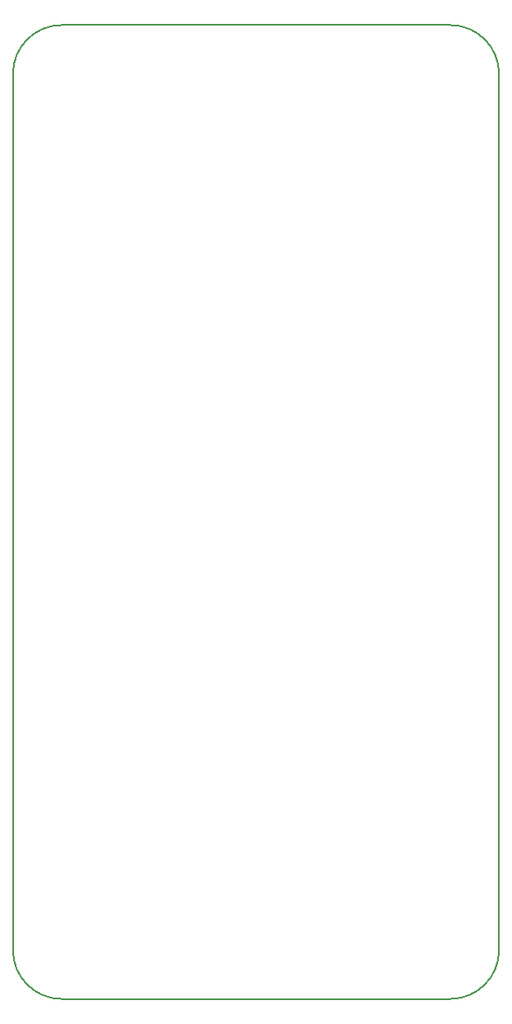
<source format=gbr>
G04 #@! TF.GenerationSoftware,KiCad,Pcbnew,(5.1.4)-1*
G04 #@! TF.CreationDate,2019-10-27T21:57:42-04:00*
G04 #@! TF.ProjectId,SplitSecondGame,53706c69-7453-4656-936f-6e6447616d65,A*
G04 #@! TF.SameCoordinates,Original*
G04 #@! TF.FileFunction,Profile,NP*
%FSLAX46Y46*%
G04 Gerber Fmt 4.6, Leading zero omitted, Abs format (unit mm)*
G04 Created by KiCad (PCBNEW (5.1.4)-1) date 2019-10-27 21:57:42*
%MOMM*%
%LPD*%
G04 APERTURE LIST*
%ADD10C,0.150000*%
G04 APERTURE END LIST*
D10*
X37484000Y-26120000D02*
G75*
G02X42484000Y-21120000I5000000J0D01*
G01*
X82484000Y-21120000D02*
G75*
G02X87484000Y-26120000I0J-5000000D01*
G01*
X87484000Y-116120000D02*
G75*
G02X82484000Y-121120000I-5000000J0D01*
G01*
X42484000Y-121120000D02*
G75*
G02X37484000Y-116120000I0J5000000D01*
G01*
X42484000Y-121120000D02*
X82484000Y-121120000D01*
X37484000Y-26120000D02*
X37484000Y-116120000D01*
X82484000Y-21120000D02*
X42484000Y-21120000D01*
X87484000Y-116120000D02*
X87484000Y-26120000D01*
M02*

</source>
